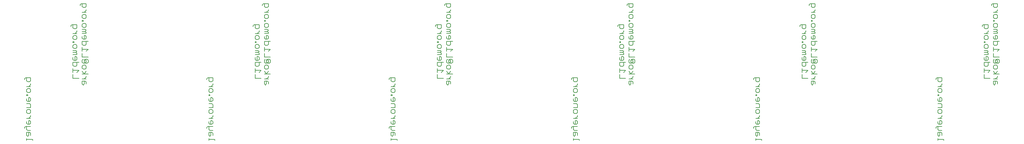
<source format=gbo>
G75*
G70*
%OFA0B0*%
%FSLAX25Y25*%
%IPPOS*%
%LPD*%
%AMOC8*
5,1,8,0,0,1.08239X$1,22.5*
%
%ADD73C,0.00600*%
X0010000Y0010000D02*
G75*
%LPD*%
D73*
X0020300Y0043300D02*
X0020300Y0045440D01*
X0020300Y0044370D02*
X0026710Y0044370D01*
X0026710Y0043300D01*
X0021370Y0047600D02*
X0022440Y0048660D01*
X0022440Y0051870D01*
X0023510Y0051870D02*
X0020300Y0051870D01*
X0020300Y0048660D01*
X0021370Y0047600D01*
X0024570Y0048660D02*
X0024570Y0050800D01*
X0023510Y0051870D01*
X0024570Y0054040D02*
X0021370Y0054040D01*
X0020300Y0055110D01*
X0020300Y0058310D01*
X0019240Y0058310D02*
X0018170Y0057250D01*
X0018170Y0056180D01*
X0019240Y0058310D02*
X0024570Y0058310D01*
X0023510Y0060490D02*
X0021370Y0060490D01*
X0020300Y0061560D01*
X0020300Y0063690D01*
X0022440Y0064760D02*
X0022440Y0060490D01*
X0023510Y0060490D02*
X0024570Y0061560D01*
X0024570Y0063690D01*
X0023510Y0064760D01*
X0022440Y0064760D01*
X0022440Y0066930D02*
X0024570Y0069070D01*
X0024570Y0070140D01*
X0023510Y0072300D02*
X0021370Y0072300D01*
X0020300Y0073370D01*
X0020300Y0075510D01*
X0021370Y0076580D01*
X0023510Y0076580D01*
X0024570Y0075510D01*
X0024570Y0073370D01*
X0023510Y0072300D01*
X0024570Y0066930D02*
X0020300Y0066930D01*
X0020300Y0078750D02*
X0024570Y0078750D01*
X0024570Y0081950D01*
X0023510Y0083020D01*
X0020300Y0083020D01*
X0021370Y0085200D02*
X0020300Y0086260D01*
X0020300Y0088400D01*
X0022440Y0089470D02*
X0022440Y0085200D01*
X0021370Y0085200D02*
X0023510Y0085200D01*
X0024570Y0086260D01*
X0024570Y0088400D01*
X0023510Y0089470D01*
X0022440Y0089470D01*
X0021370Y0091640D02*
X0020300Y0091640D01*
X0020300Y0092710D01*
X0021370Y0092710D01*
X0021370Y0091640D01*
X0021370Y0094860D02*
X0020300Y0095930D01*
X0020300Y0098070D01*
X0021370Y0099130D01*
X0023510Y0099130D01*
X0024570Y0098070D01*
X0024570Y0095930D01*
X0023510Y0094860D01*
X0021370Y0094860D01*
X0020300Y0101310D02*
X0024570Y0101310D01*
X0022440Y0101310D02*
X0024570Y0103440D01*
X0024570Y0104510D01*
X0023510Y0106680D02*
X0021370Y0106680D01*
X0020300Y0107750D01*
X0020300Y0110950D01*
X0019240Y0110950D02*
X0024570Y0110950D01*
X0024570Y0107750D01*
X0023510Y0106680D01*
X0019240Y0110950D02*
X0018170Y0109880D01*
X0018170Y0108820D01*
X0070300Y0110300D02*
X0070300Y0114570D01*
X0070300Y0116750D02*
X0070300Y0121020D01*
X0070300Y0118880D02*
X0076710Y0118880D01*
X0074570Y0116750D01*
X0080300Y0118080D02*
X0082440Y0114880D01*
X0084570Y0118080D01*
X0083510Y0120250D02*
X0081370Y0120250D01*
X0080300Y0121320D01*
X0080300Y0123450D01*
X0081370Y0124520D01*
X0083510Y0124520D01*
X0084570Y0123450D01*
X0084570Y0121320D01*
X0083510Y0120250D01*
X0080300Y0114880D02*
X0086710Y0114880D01*
X0084570Y0112710D02*
X0084570Y0111640D01*
X0082440Y0109510D01*
X0084570Y0109510D02*
X0080300Y0109510D01*
X0080300Y0107330D02*
X0080300Y0104130D01*
X0081370Y0103060D01*
X0082440Y0104130D01*
X0082440Y0107330D01*
X0083510Y0107330D02*
X0080300Y0107330D01*
X0083510Y0107330D02*
X0084570Y0106270D01*
X0084570Y0104130D01*
X0076710Y0110300D02*
X0070300Y0110300D01*
X0071370Y0123190D02*
X0073510Y0123190D01*
X0074570Y0124260D01*
X0074570Y0127460D01*
X0076710Y0127460D02*
X0070300Y0127460D01*
X0070300Y0124260D01*
X0071370Y0123190D01*
X0071370Y0129640D02*
X0073510Y0129640D01*
X0074570Y0130700D01*
X0074570Y0132840D01*
X0073510Y0133910D01*
X0072440Y0133910D01*
X0072440Y0129640D01*
X0071370Y0129640D02*
X0070300Y0130700D01*
X0070300Y0132840D01*
X0070300Y0136080D02*
X0074570Y0136080D01*
X0074570Y0137150D01*
X0073510Y0138220D01*
X0074570Y0139280D01*
X0073510Y0140350D01*
X0070300Y0140350D01*
X0070300Y0138220D02*
X0073510Y0138220D01*
X0073510Y0142530D02*
X0071370Y0142530D01*
X0070300Y0143600D01*
X0070300Y0145730D01*
X0071370Y0146800D01*
X0073510Y0146800D01*
X0074570Y0145730D01*
X0074570Y0143600D01*
X0073510Y0142530D01*
X0071370Y0148970D02*
X0071370Y0150040D01*
X0070300Y0150040D01*
X0070300Y0148970D01*
X0071370Y0148970D01*
X0071370Y0152200D02*
X0070300Y0153260D01*
X0070300Y0155400D01*
X0071370Y0156470D01*
X0073510Y0156470D01*
X0074570Y0155400D01*
X0074570Y0153260D01*
X0073510Y0152200D01*
X0071370Y0152200D01*
X0070300Y0158640D02*
X0074570Y0158640D01*
X0072440Y0158640D02*
X0074570Y0160780D01*
X0074570Y0161840D01*
X0073510Y0164010D02*
X0071370Y0164010D01*
X0070300Y0165080D01*
X0070300Y0168280D01*
X0069240Y0168280D02*
X0074570Y0168280D01*
X0074570Y0165080D01*
X0073510Y0164010D01*
X0068170Y0166150D02*
X0068170Y0167220D01*
X0069240Y0168280D01*
X0080300Y0168570D02*
X0080300Y0166440D01*
X0081370Y0165370D01*
X0083510Y0165370D01*
X0084570Y0166440D01*
X0084570Y0168570D01*
X0083510Y0169640D01*
X0081370Y0169640D01*
X0080300Y0168570D01*
X0080300Y0171810D02*
X0080300Y0172880D01*
X0081370Y0172880D01*
X0081370Y0171810D01*
X0080300Y0171810D01*
X0081370Y0175040D02*
X0080300Y0176110D01*
X0080300Y0178240D01*
X0081370Y0179310D01*
X0083510Y0179310D01*
X0084570Y0178240D01*
X0084570Y0176110D01*
X0083510Y0175040D01*
X0081370Y0175040D01*
X0080300Y0181480D02*
X0084570Y0181480D01*
X0082440Y0181480D02*
X0084570Y0183620D01*
X0084570Y0184690D01*
X0083510Y0186850D02*
X0081370Y0186850D01*
X0080300Y0187920D01*
X0080300Y0191120D01*
X0079240Y0191120D02*
X0078170Y0190060D01*
X0078170Y0188990D01*
X0079240Y0191120D02*
X0084570Y0191120D01*
X0084570Y0187920D01*
X0083510Y0186850D01*
X0083510Y0163190D02*
X0080300Y0163190D01*
X0080300Y0161060D02*
X0083510Y0161060D01*
X0084570Y0162130D01*
X0083510Y0163190D01*
X0083510Y0161060D02*
X0084570Y0159990D01*
X0084570Y0158920D01*
X0080300Y0158920D01*
X0082440Y0156750D02*
X0082440Y0152480D01*
X0083510Y0152480D02*
X0084570Y0153550D01*
X0084570Y0155680D01*
X0083510Y0156750D01*
X0082440Y0156750D01*
X0080300Y0155680D02*
X0080300Y0153550D01*
X0081370Y0152480D01*
X0083510Y0152480D01*
X0084570Y0150300D02*
X0084570Y0147100D01*
X0083510Y0146030D01*
X0081370Y0146030D01*
X0080300Y0147100D01*
X0080300Y0150300D01*
X0086710Y0150300D01*
X0080300Y0143860D02*
X0080300Y0139590D01*
X0080300Y0141720D02*
X0086710Y0141720D01*
X0084570Y0139590D01*
X0080300Y0137410D02*
X0080300Y0133140D01*
X0086710Y0133140D01*
X0085640Y0130970D02*
X0083510Y0130970D01*
X0082440Y0129900D01*
X0084570Y0129900D01*
X0084570Y0127760D01*
X0082440Y0127760D01*
X0082440Y0129900D01*
X0081370Y0130970D02*
X0080300Y0129900D01*
X0080300Y0127760D01*
X0081370Y0126700D01*
X0085640Y0126700D01*
X0086710Y0127760D01*
X0086710Y0129900D01*
X0085640Y0130970D01*
X0206850Y0010000D02*
G75*
%LPD*%
D73*
X0217150Y0043300D02*
X0217150Y0045440D01*
X0217150Y0044370D02*
X0223560Y0044370D01*
X0223560Y0043300D01*
X0218220Y0047600D02*
X0219290Y0048660D01*
X0219290Y0051870D01*
X0220360Y0051870D02*
X0217150Y0051870D01*
X0217150Y0048660D01*
X0218220Y0047600D01*
X0221420Y0048660D02*
X0221420Y0050800D01*
X0220360Y0051870D01*
X0221420Y0054040D02*
X0218220Y0054040D01*
X0217150Y0055110D01*
X0217150Y0058310D01*
X0216090Y0058310D02*
X0215020Y0057250D01*
X0215020Y0056180D01*
X0216090Y0058310D02*
X0221420Y0058310D01*
X0220360Y0060490D02*
X0218220Y0060490D01*
X0217150Y0061560D01*
X0217150Y0063690D01*
X0219290Y0064760D02*
X0219290Y0060490D01*
X0220360Y0060490D02*
X0221420Y0061560D01*
X0221420Y0063690D01*
X0220360Y0064760D01*
X0219290Y0064760D01*
X0219290Y0066930D02*
X0221420Y0069070D01*
X0221420Y0070140D01*
X0220360Y0072300D02*
X0218220Y0072300D01*
X0217150Y0073370D01*
X0217150Y0075510D01*
X0218220Y0076580D01*
X0220360Y0076580D01*
X0221420Y0075510D01*
X0221420Y0073370D01*
X0220360Y0072300D01*
X0221420Y0066930D02*
X0217150Y0066930D01*
X0217150Y0078750D02*
X0221420Y0078750D01*
X0221420Y0081950D01*
X0220360Y0083020D01*
X0217150Y0083020D01*
X0218220Y0085200D02*
X0217150Y0086260D01*
X0217150Y0088400D01*
X0219290Y0089470D02*
X0219290Y0085200D01*
X0218220Y0085200D02*
X0220360Y0085200D01*
X0221420Y0086260D01*
X0221420Y0088400D01*
X0220360Y0089470D01*
X0219290Y0089470D01*
X0218220Y0091640D02*
X0217150Y0091640D01*
X0217150Y0092710D01*
X0218220Y0092710D01*
X0218220Y0091640D01*
X0218220Y0094860D02*
X0217150Y0095930D01*
X0217150Y0098070D01*
X0218220Y0099130D01*
X0220360Y0099130D01*
X0221420Y0098070D01*
X0221420Y0095930D01*
X0220360Y0094860D01*
X0218220Y0094860D01*
X0217150Y0101310D02*
X0221420Y0101310D01*
X0219290Y0101310D02*
X0221420Y0103440D01*
X0221420Y0104510D01*
X0220360Y0106680D02*
X0218220Y0106680D01*
X0217150Y0107750D01*
X0217150Y0110950D01*
X0216090Y0110950D02*
X0221420Y0110950D01*
X0221420Y0107750D01*
X0220360Y0106680D01*
X0216090Y0110950D02*
X0215020Y0109880D01*
X0215020Y0108820D01*
X0267150Y0110300D02*
X0267150Y0114570D01*
X0267150Y0116750D02*
X0267150Y0121020D01*
X0267150Y0118880D02*
X0273560Y0118880D01*
X0271420Y0116750D01*
X0277150Y0118080D02*
X0279290Y0114880D01*
X0281420Y0118080D01*
X0280360Y0120250D02*
X0278220Y0120250D01*
X0277150Y0121320D01*
X0277150Y0123450D01*
X0278220Y0124520D01*
X0280360Y0124520D01*
X0281420Y0123450D01*
X0281420Y0121320D01*
X0280360Y0120250D01*
X0277150Y0114880D02*
X0283560Y0114880D01*
X0281420Y0112710D02*
X0281420Y0111640D01*
X0279290Y0109510D01*
X0281420Y0109510D02*
X0277150Y0109510D01*
X0277150Y0107330D02*
X0277150Y0104130D01*
X0278220Y0103060D01*
X0279290Y0104130D01*
X0279290Y0107330D01*
X0280360Y0107330D02*
X0277150Y0107330D01*
X0280360Y0107330D02*
X0281420Y0106270D01*
X0281420Y0104130D01*
X0273560Y0110300D02*
X0267150Y0110300D01*
X0268220Y0123190D02*
X0270360Y0123190D01*
X0271420Y0124260D01*
X0271420Y0127460D01*
X0273560Y0127460D02*
X0267150Y0127460D01*
X0267150Y0124260D01*
X0268220Y0123190D01*
X0268220Y0129640D02*
X0270360Y0129640D01*
X0271420Y0130700D01*
X0271420Y0132840D01*
X0270360Y0133910D01*
X0269290Y0133910D01*
X0269290Y0129640D01*
X0268220Y0129640D02*
X0267150Y0130700D01*
X0267150Y0132840D01*
X0267150Y0136080D02*
X0271420Y0136080D01*
X0271420Y0137150D01*
X0270360Y0138220D01*
X0271420Y0139280D01*
X0270360Y0140350D01*
X0267150Y0140350D01*
X0267150Y0138220D02*
X0270360Y0138220D01*
X0270360Y0142530D02*
X0268220Y0142530D01*
X0267150Y0143600D01*
X0267150Y0145730D01*
X0268220Y0146800D01*
X0270360Y0146800D01*
X0271420Y0145730D01*
X0271420Y0143600D01*
X0270360Y0142530D01*
X0268220Y0148970D02*
X0268220Y0150040D01*
X0267150Y0150040D01*
X0267150Y0148970D01*
X0268220Y0148970D01*
X0268220Y0152200D02*
X0267150Y0153260D01*
X0267150Y0155400D01*
X0268220Y0156470D01*
X0270360Y0156470D01*
X0271420Y0155400D01*
X0271420Y0153260D01*
X0270360Y0152200D01*
X0268220Y0152200D01*
X0267150Y0158640D02*
X0271420Y0158640D01*
X0269290Y0158640D02*
X0271420Y0160780D01*
X0271420Y0161840D01*
X0270360Y0164010D02*
X0268220Y0164010D01*
X0267150Y0165080D01*
X0267150Y0168280D01*
X0266090Y0168280D02*
X0271420Y0168280D01*
X0271420Y0165080D01*
X0270360Y0164010D01*
X0265020Y0166150D02*
X0265020Y0167220D01*
X0266090Y0168280D01*
X0277150Y0168570D02*
X0277150Y0166440D01*
X0278220Y0165370D01*
X0280360Y0165370D01*
X0281420Y0166440D01*
X0281420Y0168570D01*
X0280360Y0169640D01*
X0278220Y0169640D01*
X0277150Y0168570D01*
X0277150Y0171810D02*
X0277150Y0172880D01*
X0278220Y0172880D01*
X0278220Y0171810D01*
X0277150Y0171810D01*
X0278220Y0175040D02*
X0277150Y0176110D01*
X0277150Y0178240D01*
X0278220Y0179310D01*
X0280360Y0179310D01*
X0281420Y0178240D01*
X0281420Y0176110D01*
X0280360Y0175040D01*
X0278220Y0175040D01*
X0277150Y0181480D02*
X0281420Y0181480D01*
X0279290Y0181480D02*
X0281420Y0183620D01*
X0281420Y0184690D01*
X0280360Y0186850D02*
X0278220Y0186850D01*
X0277150Y0187920D01*
X0277150Y0191120D01*
X0276090Y0191120D02*
X0275020Y0190060D01*
X0275020Y0188990D01*
X0276090Y0191120D02*
X0281420Y0191120D01*
X0281420Y0187920D01*
X0280360Y0186850D01*
X0280360Y0163190D02*
X0277150Y0163190D01*
X0277150Y0161060D02*
X0280360Y0161060D01*
X0281420Y0162130D01*
X0280360Y0163190D01*
X0280360Y0161060D02*
X0281420Y0159990D01*
X0281420Y0158920D01*
X0277150Y0158920D01*
X0279290Y0156750D02*
X0279290Y0152480D01*
X0280360Y0152480D02*
X0281420Y0153550D01*
X0281420Y0155680D01*
X0280360Y0156750D01*
X0279290Y0156750D01*
X0277150Y0155680D02*
X0277150Y0153550D01*
X0278220Y0152480D01*
X0280360Y0152480D01*
X0281420Y0150300D02*
X0281420Y0147100D01*
X0280360Y0146030D01*
X0278220Y0146030D01*
X0277150Y0147100D01*
X0277150Y0150300D01*
X0283560Y0150300D01*
X0277150Y0143860D02*
X0277150Y0139590D01*
X0277150Y0141720D02*
X0283560Y0141720D01*
X0281420Y0139590D01*
X0277150Y0137410D02*
X0277150Y0133140D01*
X0283560Y0133140D01*
X0282490Y0130970D02*
X0280360Y0130970D01*
X0279290Y0129900D01*
X0281420Y0129900D01*
X0281420Y0127760D01*
X0279290Y0127760D01*
X0279290Y0129900D01*
X0278220Y0130970D02*
X0277150Y0129900D01*
X0277150Y0127760D01*
X0278220Y0126700D01*
X0282490Y0126700D01*
X0283560Y0127760D01*
X0283560Y0129900D01*
X0282490Y0130970D01*
X0403700Y0010000D02*
G75*
%LPD*%
D73*
X0414000Y0043300D02*
X0414000Y0045440D01*
X0414000Y0044370D02*
X0420410Y0044370D01*
X0420410Y0043300D01*
X0415070Y0047600D02*
X0416140Y0048660D01*
X0416140Y0051870D01*
X0417210Y0051870D02*
X0414000Y0051870D01*
X0414000Y0048660D01*
X0415070Y0047600D01*
X0418270Y0048660D02*
X0418270Y0050800D01*
X0417210Y0051870D01*
X0418270Y0054040D02*
X0415070Y0054040D01*
X0414000Y0055110D01*
X0414000Y0058310D01*
X0412940Y0058310D02*
X0411870Y0057250D01*
X0411870Y0056180D01*
X0412940Y0058310D02*
X0418270Y0058310D01*
X0417210Y0060490D02*
X0415070Y0060490D01*
X0414000Y0061560D01*
X0414000Y0063690D01*
X0416140Y0064760D02*
X0416140Y0060490D01*
X0417210Y0060490D02*
X0418270Y0061560D01*
X0418270Y0063690D01*
X0417210Y0064760D01*
X0416140Y0064760D01*
X0416140Y0066930D02*
X0418270Y0069070D01*
X0418270Y0070140D01*
X0417210Y0072300D02*
X0415070Y0072300D01*
X0414000Y0073370D01*
X0414000Y0075510D01*
X0415070Y0076580D01*
X0417210Y0076580D01*
X0418270Y0075510D01*
X0418270Y0073370D01*
X0417210Y0072300D01*
X0418270Y0066930D02*
X0414000Y0066930D01*
X0414000Y0078750D02*
X0418270Y0078750D01*
X0418270Y0081950D01*
X0417210Y0083020D01*
X0414000Y0083020D01*
X0415070Y0085200D02*
X0414000Y0086260D01*
X0414000Y0088400D01*
X0416140Y0089470D02*
X0416140Y0085200D01*
X0415070Y0085200D02*
X0417210Y0085200D01*
X0418270Y0086260D01*
X0418270Y0088400D01*
X0417210Y0089470D01*
X0416140Y0089470D01*
X0415070Y0091640D02*
X0414000Y0091640D01*
X0414000Y0092710D01*
X0415070Y0092710D01*
X0415070Y0091640D01*
X0415070Y0094860D02*
X0414000Y0095930D01*
X0414000Y0098070D01*
X0415070Y0099130D01*
X0417210Y0099130D01*
X0418270Y0098070D01*
X0418270Y0095930D01*
X0417210Y0094860D01*
X0415070Y0094860D01*
X0414000Y0101310D02*
X0418270Y0101310D01*
X0416140Y0101310D02*
X0418270Y0103440D01*
X0418270Y0104510D01*
X0417210Y0106680D02*
X0415070Y0106680D01*
X0414000Y0107750D01*
X0414000Y0110950D01*
X0412940Y0110950D02*
X0418270Y0110950D01*
X0418270Y0107750D01*
X0417210Y0106680D01*
X0412940Y0110950D02*
X0411870Y0109880D01*
X0411870Y0108820D01*
X0464000Y0110300D02*
X0464000Y0114570D01*
X0464000Y0116750D02*
X0464000Y0121020D01*
X0464000Y0118880D02*
X0470410Y0118880D01*
X0468270Y0116750D01*
X0474000Y0118080D02*
X0476140Y0114880D01*
X0478270Y0118080D01*
X0477210Y0120250D02*
X0475070Y0120250D01*
X0474000Y0121320D01*
X0474000Y0123450D01*
X0475070Y0124520D01*
X0477210Y0124520D01*
X0478270Y0123450D01*
X0478270Y0121320D01*
X0477210Y0120250D01*
X0474000Y0114880D02*
X0480410Y0114880D01*
X0478270Y0112710D02*
X0478270Y0111640D01*
X0476140Y0109510D01*
X0478270Y0109510D02*
X0474000Y0109510D01*
X0474000Y0107330D02*
X0474000Y0104130D01*
X0475070Y0103060D01*
X0476140Y0104130D01*
X0476140Y0107330D01*
X0477210Y0107330D02*
X0474000Y0107330D01*
X0477210Y0107330D02*
X0478270Y0106270D01*
X0478270Y0104130D01*
X0470410Y0110300D02*
X0464000Y0110300D01*
X0465070Y0123190D02*
X0467210Y0123190D01*
X0468270Y0124260D01*
X0468270Y0127460D01*
X0470410Y0127460D02*
X0464000Y0127460D01*
X0464000Y0124260D01*
X0465070Y0123190D01*
X0465070Y0129640D02*
X0467210Y0129640D01*
X0468270Y0130700D01*
X0468270Y0132840D01*
X0467210Y0133910D01*
X0466140Y0133910D01*
X0466140Y0129640D01*
X0465070Y0129640D02*
X0464000Y0130700D01*
X0464000Y0132840D01*
X0464000Y0136080D02*
X0468270Y0136080D01*
X0468270Y0137150D01*
X0467210Y0138220D01*
X0468270Y0139280D01*
X0467210Y0140350D01*
X0464000Y0140350D01*
X0464000Y0138220D02*
X0467210Y0138220D01*
X0467210Y0142530D02*
X0465070Y0142530D01*
X0464000Y0143600D01*
X0464000Y0145730D01*
X0465070Y0146800D01*
X0467210Y0146800D01*
X0468270Y0145730D01*
X0468270Y0143600D01*
X0467210Y0142530D01*
X0465070Y0148970D02*
X0465070Y0150040D01*
X0464000Y0150040D01*
X0464000Y0148970D01*
X0465070Y0148970D01*
X0465070Y0152200D02*
X0464000Y0153260D01*
X0464000Y0155400D01*
X0465070Y0156470D01*
X0467210Y0156470D01*
X0468270Y0155400D01*
X0468270Y0153260D01*
X0467210Y0152200D01*
X0465070Y0152200D01*
X0464000Y0158640D02*
X0468270Y0158640D01*
X0466140Y0158640D02*
X0468270Y0160780D01*
X0468270Y0161840D01*
X0467210Y0164010D02*
X0465070Y0164010D01*
X0464000Y0165080D01*
X0464000Y0168280D01*
X0462940Y0168280D02*
X0468270Y0168280D01*
X0468270Y0165080D01*
X0467210Y0164010D01*
X0461870Y0166150D02*
X0461870Y0167220D01*
X0462940Y0168280D01*
X0474000Y0168570D02*
X0474000Y0166440D01*
X0475070Y0165370D01*
X0477210Y0165370D01*
X0478270Y0166440D01*
X0478270Y0168570D01*
X0477210Y0169640D01*
X0475070Y0169640D01*
X0474000Y0168570D01*
X0474000Y0171810D02*
X0474000Y0172880D01*
X0475070Y0172880D01*
X0475070Y0171810D01*
X0474000Y0171810D01*
X0475070Y0175040D02*
X0474000Y0176110D01*
X0474000Y0178240D01*
X0475070Y0179310D01*
X0477210Y0179310D01*
X0478270Y0178240D01*
X0478270Y0176110D01*
X0477210Y0175040D01*
X0475070Y0175040D01*
X0474000Y0181480D02*
X0478270Y0181480D01*
X0476140Y0181480D02*
X0478270Y0183620D01*
X0478270Y0184690D01*
X0477210Y0186850D02*
X0475070Y0186850D01*
X0474000Y0187920D01*
X0474000Y0191120D01*
X0472940Y0191120D02*
X0471870Y0190060D01*
X0471870Y0188990D01*
X0472940Y0191120D02*
X0478270Y0191120D01*
X0478270Y0187920D01*
X0477210Y0186850D01*
X0477210Y0163190D02*
X0474000Y0163190D01*
X0474000Y0161060D02*
X0477210Y0161060D01*
X0478270Y0162130D01*
X0477210Y0163190D01*
X0477210Y0161060D02*
X0478270Y0159990D01*
X0478270Y0158920D01*
X0474000Y0158920D01*
X0476140Y0156750D02*
X0476140Y0152480D01*
X0477210Y0152480D02*
X0478270Y0153550D01*
X0478270Y0155680D01*
X0477210Y0156750D01*
X0476140Y0156750D01*
X0474000Y0155680D02*
X0474000Y0153550D01*
X0475070Y0152480D01*
X0477210Y0152480D01*
X0478270Y0150300D02*
X0478270Y0147100D01*
X0477210Y0146030D01*
X0475070Y0146030D01*
X0474000Y0147100D01*
X0474000Y0150300D01*
X0480410Y0150300D01*
X0474000Y0143860D02*
X0474000Y0139590D01*
X0474000Y0141720D02*
X0480410Y0141720D01*
X0478270Y0139590D01*
X0474000Y0137410D02*
X0474000Y0133140D01*
X0480410Y0133140D01*
X0479340Y0130970D02*
X0477210Y0130970D01*
X0476140Y0129900D01*
X0478270Y0129900D01*
X0478270Y0127760D01*
X0476140Y0127760D01*
X0476140Y0129900D01*
X0475070Y0130970D02*
X0474000Y0129900D01*
X0474000Y0127760D01*
X0475070Y0126700D01*
X0479340Y0126700D01*
X0480410Y0127760D01*
X0480410Y0129900D01*
X0479340Y0130970D01*
X0600550Y0010000D02*
G75*
%LPD*%
D73*
X0610850Y0043300D02*
X0610850Y0045440D01*
X0610850Y0044370D02*
X0617260Y0044370D01*
X0617260Y0043300D01*
X0611920Y0047600D02*
X0612990Y0048660D01*
X0612990Y0051870D01*
X0614060Y0051870D02*
X0610850Y0051870D01*
X0610850Y0048660D01*
X0611920Y0047600D01*
X0615120Y0048660D02*
X0615120Y0050800D01*
X0614060Y0051870D01*
X0615120Y0054040D02*
X0611920Y0054040D01*
X0610850Y0055110D01*
X0610850Y0058310D01*
X0609790Y0058310D02*
X0608720Y0057250D01*
X0608720Y0056180D01*
X0609790Y0058310D02*
X0615120Y0058310D01*
X0614060Y0060490D02*
X0611920Y0060490D01*
X0610850Y0061560D01*
X0610850Y0063690D01*
X0612990Y0064760D02*
X0612990Y0060490D01*
X0614060Y0060490D02*
X0615120Y0061560D01*
X0615120Y0063690D01*
X0614060Y0064760D01*
X0612990Y0064760D01*
X0612990Y0066930D02*
X0615120Y0069070D01*
X0615120Y0070140D01*
X0614060Y0072300D02*
X0611920Y0072300D01*
X0610850Y0073370D01*
X0610850Y0075510D01*
X0611920Y0076580D01*
X0614060Y0076580D01*
X0615120Y0075510D01*
X0615120Y0073370D01*
X0614060Y0072300D01*
X0615120Y0066930D02*
X0610850Y0066930D01*
X0610850Y0078750D02*
X0615120Y0078750D01*
X0615120Y0081950D01*
X0614060Y0083020D01*
X0610850Y0083020D01*
X0611920Y0085200D02*
X0610850Y0086260D01*
X0610850Y0088400D01*
X0612990Y0089470D02*
X0612990Y0085200D01*
X0611920Y0085200D02*
X0614060Y0085200D01*
X0615120Y0086260D01*
X0615120Y0088400D01*
X0614060Y0089470D01*
X0612990Y0089470D01*
X0611920Y0091640D02*
X0610850Y0091640D01*
X0610850Y0092710D01*
X0611920Y0092710D01*
X0611920Y0091640D01*
X0611920Y0094860D02*
X0610850Y0095930D01*
X0610850Y0098070D01*
X0611920Y0099130D01*
X0614060Y0099130D01*
X0615120Y0098070D01*
X0615120Y0095930D01*
X0614060Y0094860D01*
X0611920Y0094860D01*
X0610850Y0101310D02*
X0615120Y0101310D01*
X0612990Y0101310D02*
X0615120Y0103440D01*
X0615120Y0104510D01*
X0614060Y0106680D02*
X0611920Y0106680D01*
X0610850Y0107750D01*
X0610850Y0110950D01*
X0609790Y0110950D02*
X0615120Y0110950D01*
X0615120Y0107750D01*
X0614060Y0106680D01*
X0609790Y0110950D02*
X0608720Y0109880D01*
X0608720Y0108820D01*
X0660850Y0110300D02*
X0660850Y0114570D01*
X0660850Y0116750D02*
X0660850Y0121020D01*
X0660850Y0118880D02*
X0667260Y0118880D01*
X0665120Y0116750D01*
X0670850Y0118080D02*
X0672990Y0114880D01*
X0675120Y0118080D01*
X0674060Y0120250D02*
X0671920Y0120250D01*
X0670850Y0121320D01*
X0670850Y0123450D01*
X0671920Y0124520D01*
X0674060Y0124520D01*
X0675120Y0123450D01*
X0675120Y0121320D01*
X0674060Y0120250D01*
X0670850Y0114880D02*
X0677260Y0114880D01*
X0675120Y0112710D02*
X0675120Y0111640D01*
X0672990Y0109510D01*
X0675120Y0109510D02*
X0670850Y0109510D01*
X0670850Y0107330D02*
X0670850Y0104130D01*
X0671920Y0103060D01*
X0672990Y0104130D01*
X0672990Y0107330D01*
X0674060Y0107330D02*
X0670850Y0107330D01*
X0674060Y0107330D02*
X0675120Y0106270D01*
X0675120Y0104130D01*
X0667260Y0110300D02*
X0660850Y0110300D01*
X0661920Y0123190D02*
X0664060Y0123190D01*
X0665120Y0124260D01*
X0665120Y0127460D01*
X0667260Y0127460D02*
X0660850Y0127460D01*
X0660850Y0124260D01*
X0661920Y0123190D01*
X0661920Y0129640D02*
X0664060Y0129640D01*
X0665120Y0130700D01*
X0665120Y0132840D01*
X0664060Y0133910D01*
X0662990Y0133910D01*
X0662990Y0129640D01*
X0661920Y0129640D02*
X0660850Y0130700D01*
X0660850Y0132840D01*
X0660850Y0136080D02*
X0665120Y0136080D01*
X0665120Y0137150D01*
X0664060Y0138220D01*
X0665120Y0139280D01*
X0664060Y0140350D01*
X0660850Y0140350D01*
X0660850Y0138220D02*
X0664060Y0138220D01*
X0664060Y0142530D02*
X0661920Y0142530D01*
X0660850Y0143600D01*
X0660850Y0145730D01*
X0661920Y0146800D01*
X0664060Y0146800D01*
X0665120Y0145730D01*
X0665120Y0143600D01*
X0664060Y0142530D01*
X0661920Y0148970D02*
X0661920Y0150040D01*
X0660850Y0150040D01*
X0660850Y0148970D01*
X0661920Y0148970D01*
X0661920Y0152200D02*
X0660850Y0153260D01*
X0660850Y0155400D01*
X0661920Y0156470D01*
X0664060Y0156470D01*
X0665120Y0155400D01*
X0665120Y0153260D01*
X0664060Y0152200D01*
X0661920Y0152200D01*
X0660850Y0158640D02*
X0665120Y0158640D01*
X0662990Y0158640D02*
X0665120Y0160780D01*
X0665120Y0161840D01*
X0664060Y0164010D02*
X0661920Y0164010D01*
X0660850Y0165080D01*
X0660850Y0168280D01*
X0659790Y0168280D02*
X0665120Y0168280D01*
X0665120Y0165080D01*
X0664060Y0164010D01*
X0658720Y0166150D02*
X0658720Y0167220D01*
X0659790Y0168280D01*
X0670850Y0168570D02*
X0670850Y0166440D01*
X0671920Y0165370D01*
X0674060Y0165370D01*
X0675120Y0166440D01*
X0675120Y0168570D01*
X0674060Y0169640D01*
X0671920Y0169640D01*
X0670850Y0168570D01*
X0670850Y0171810D02*
X0670850Y0172880D01*
X0671920Y0172880D01*
X0671920Y0171810D01*
X0670850Y0171810D01*
X0671920Y0175040D02*
X0670850Y0176110D01*
X0670850Y0178240D01*
X0671920Y0179310D01*
X0674060Y0179310D01*
X0675120Y0178240D01*
X0675120Y0176110D01*
X0674060Y0175040D01*
X0671920Y0175040D01*
X0670850Y0181480D02*
X0675120Y0181480D01*
X0672990Y0181480D02*
X0675120Y0183620D01*
X0675120Y0184690D01*
X0674060Y0186850D02*
X0671920Y0186850D01*
X0670850Y0187920D01*
X0670850Y0191120D01*
X0669790Y0191120D02*
X0668720Y0190060D01*
X0668720Y0188990D01*
X0669790Y0191120D02*
X0675120Y0191120D01*
X0675120Y0187920D01*
X0674060Y0186850D01*
X0674060Y0163190D02*
X0670850Y0163190D01*
X0670850Y0161060D02*
X0674060Y0161060D01*
X0675120Y0162130D01*
X0674060Y0163190D01*
X0674060Y0161060D02*
X0675120Y0159990D01*
X0675120Y0158920D01*
X0670850Y0158920D01*
X0672990Y0156750D02*
X0672990Y0152480D01*
X0674060Y0152480D02*
X0675120Y0153550D01*
X0675120Y0155680D01*
X0674060Y0156750D01*
X0672990Y0156750D01*
X0670850Y0155680D02*
X0670850Y0153550D01*
X0671920Y0152480D01*
X0674060Y0152480D01*
X0675120Y0150300D02*
X0675120Y0147100D01*
X0674060Y0146030D01*
X0671920Y0146030D01*
X0670850Y0147100D01*
X0670850Y0150300D01*
X0677260Y0150300D01*
X0670850Y0143860D02*
X0670850Y0139590D01*
X0670850Y0141720D02*
X0677260Y0141720D01*
X0675120Y0139590D01*
X0670850Y0137410D02*
X0670850Y0133140D01*
X0677260Y0133140D01*
X0676190Y0130970D02*
X0674060Y0130970D01*
X0672990Y0129900D01*
X0675120Y0129900D01*
X0675120Y0127760D01*
X0672990Y0127760D01*
X0672990Y0129900D01*
X0671920Y0130970D02*
X0670850Y0129900D01*
X0670850Y0127760D01*
X0671920Y0126700D01*
X0676190Y0126700D01*
X0677260Y0127760D01*
X0677260Y0129900D01*
X0676190Y0130970D01*
X0797400Y0010000D02*
G75*
%LPD*%
D73*
X0807700Y0043300D02*
X0807700Y0045440D01*
X0807700Y0044370D02*
X0814110Y0044370D01*
X0814110Y0043300D01*
X0808770Y0047600D02*
X0809840Y0048660D01*
X0809840Y0051870D01*
X0810910Y0051870D02*
X0807700Y0051870D01*
X0807700Y0048660D01*
X0808770Y0047600D01*
X0811970Y0048660D02*
X0811970Y0050800D01*
X0810910Y0051870D01*
X0811970Y0054040D02*
X0808770Y0054040D01*
X0807700Y0055110D01*
X0807700Y0058310D01*
X0806640Y0058310D02*
X0805570Y0057250D01*
X0805570Y0056180D01*
X0806640Y0058310D02*
X0811970Y0058310D01*
X0810910Y0060490D02*
X0808770Y0060490D01*
X0807700Y0061560D01*
X0807700Y0063690D01*
X0809840Y0064760D02*
X0809840Y0060490D01*
X0810910Y0060490D02*
X0811970Y0061560D01*
X0811970Y0063690D01*
X0810910Y0064760D01*
X0809840Y0064760D01*
X0809840Y0066930D02*
X0811970Y0069070D01*
X0811970Y0070140D01*
X0810910Y0072300D02*
X0808770Y0072300D01*
X0807700Y0073370D01*
X0807700Y0075510D01*
X0808770Y0076580D01*
X0810910Y0076580D01*
X0811970Y0075510D01*
X0811970Y0073370D01*
X0810910Y0072300D01*
X0811970Y0066930D02*
X0807700Y0066930D01*
X0807700Y0078750D02*
X0811970Y0078750D01*
X0811970Y0081950D01*
X0810910Y0083020D01*
X0807700Y0083020D01*
X0808770Y0085200D02*
X0807700Y0086260D01*
X0807700Y0088400D01*
X0809840Y0089470D02*
X0809840Y0085200D01*
X0808770Y0085200D02*
X0810910Y0085200D01*
X0811970Y0086260D01*
X0811970Y0088400D01*
X0810910Y0089470D01*
X0809840Y0089470D01*
X0808770Y0091640D02*
X0807700Y0091640D01*
X0807700Y0092710D01*
X0808770Y0092710D01*
X0808770Y0091640D01*
X0808770Y0094860D02*
X0807700Y0095930D01*
X0807700Y0098070D01*
X0808770Y0099130D01*
X0810910Y0099130D01*
X0811970Y0098070D01*
X0811970Y0095930D01*
X0810910Y0094860D01*
X0808770Y0094860D01*
X0807700Y0101310D02*
X0811970Y0101310D01*
X0809840Y0101310D02*
X0811970Y0103440D01*
X0811970Y0104510D01*
X0810910Y0106680D02*
X0808770Y0106680D01*
X0807700Y0107750D01*
X0807700Y0110950D01*
X0806640Y0110950D02*
X0811970Y0110950D01*
X0811970Y0107750D01*
X0810910Y0106680D01*
X0806640Y0110950D02*
X0805570Y0109880D01*
X0805570Y0108820D01*
X0857700Y0110300D02*
X0857700Y0114570D01*
X0857700Y0116750D02*
X0857700Y0121020D01*
X0857700Y0118880D02*
X0864110Y0118880D01*
X0861970Y0116750D01*
X0867700Y0118080D02*
X0869840Y0114880D01*
X0871970Y0118080D01*
X0870910Y0120250D02*
X0868770Y0120250D01*
X0867700Y0121320D01*
X0867700Y0123450D01*
X0868770Y0124520D01*
X0870910Y0124520D01*
X0871970Y0123450D01*
X0871970Y0121320D01*
X0870910Y0120250D01*
X0867700Y0114880D02*
X0874110Y0114880D01*
X0871970Y0112710D02*
X0871970Y0111640D01*
X0869840Y0109510D01*
X0871970Y0109510D02*
X0867700Y0109510D01*
X0867700Y0107330D02*
X0867700Y0104130D01*
X0868770Y0103060D01*
X0869840Y0104130D01*
X0869840Y0107330D01*
X0870910Y0107330D02*
X0867700Y0107330D01*
X0870910Y0107330D02*
X0871970Y0106270D01*
X0871970Y0104130D01*
X0864110Y0110300D02*
X0857700Y0110300D01*
X0858770Y0123190D02*
X0860910Y0123190D01*
X0861970Y0124260D01*
X0861970Y0127460D01*
X0864110Y0127460D02*
X0857700Y0127460D01*
X0857700Y0124260D01*
X0858770Y0123190D01*
X0858770Y0129640D02*
X0860910Y0129640D01*
X0861970Y0130700D01*
X0861970Y0132840D01*
X0860910Y0133910D01*
X0859840Y0133910D01*
X0859840Y0129640D01*
X0858770Y0129640D02*
X0857700Y0130700D01*
X0857700Y0132840D01*
X0857700Y0136080D02*
X0861970Y0136080D01*
X0861970Y0137150D01*
X0860910Y0138220D01*
X0861970Y0139280D01*
X0860910Y0140350D01*
X0857700Y0140350D01*
X0857700Y0138220D02*
X0860910Y0138220D01*
X0860910Y0142530D02*
X0858770Y0142530D01*
X0857700Y0143600D01*
X0857700Y0145730D01*
X0858770Y0146800D01*
X0860910Y0146800D01*
X0861970Y0145730D01*
X0861970Y0143600D01*
X0860910Y0142530D01*
X0858770Y0148970D02*
X0858770Y0150040D01*
X0857700Y0150040D01*
X0857700Y0148970D01*
X0858770Y0148970D01*
X0858770Y0152200D02*
X0857700Y0153260D01*
X0857700Y0155400D01*
X0858770Y0156470D01*
X0860910Y0156470D01*
X0861970Y0155400D01*
X0861970Y0153260D01*
X0860910Y0152200D01*
X0858770Y0152200D01*
X0857700Y0158640D02*
X0861970Y0158640D01*
X0859840Y0158640D02*
X0861970Y0160780D01*
X0861970Y0161840D01*
X0860910Y0164010D02*
X0858770Y0164010D01*
X0857700Y0165080D01*
X0857700Y0168280D01*
X0856640Y0168280D02*
X0861970Y0168280D01*
X0861970Y0165080D01*
X0860910Y0164010D01*
X0855570Y0166150D02*
X0855570Y0167220D01*
X0856640Y0168280D01*
X0867700Y0168570D02*
X0867700Y0166440D01*
X0868770Y0165370D01*
X0870910Y0165370D01*
X0871970Y0166440D01*
X0871970Y0168570D01*
X0870910Y0169640D01*
X0868770Y0169640D01*
X0867700Y0168570D01*
X0867700Y0171810D02*
X0867700Y0172880D01*
X0868770Y0172880D01*
X0868770Y0171810D01*
X0867700Y0171810D01*
X0868770Y0175040D02*
X0867700Y0176110D01*
X0867700Y0178240D01*
X0868770Y0179310D01*
X0870910Y0179310D01*
X0871970Y0178240D01*
X0871970Y0176110D01*
X0870910Y0175040D01*
X0868770Y0175040D01*
X0867700Y0181480D02*
X0871970Y0181480D01*
X0869840Y0181480D02*
X0871970Y0183620D01*
X0871970Y0184690D01*
X0870910Y0186850D02*
X0868770Y0186850D01*
X0867700Y0187920D01*
X0867700Y0191120D01*
X0866640Y0191120D02*
X0865570Y0190060D01*
X0865570Y0188990D01*
X0866640Y0191120D02*
X0871970Y0191120D01*
X0871970Y0187920D01*
X0870910Y0186850D01*
X0870910Y0163190D02*
X0867700Y0163190D01*
X0867700Y0161060D02*
X0870910Y0161060D01*
X0871970Y0162130D01*
X0870910Y0163190D01*
X0870910Y0161060D02*
X0871970Y0159990D01*
X0871970Y0158920D01*
X0867700Y0158920D01*
X0869840Y0156750D02*
X0869840Y0152480D01*
X0870910Y0152480D02*
X0871970Y0153550D01*
X0871970Y0155680D01*
X0870910Y0156750D01*
X0869840Y0156750D01*
X0867700Y0155680D02*
X0867700Y0153550D01*
X0868770Y0152480D01*
X0870910Y0152480D01*
X0871970Y0150300D02*
X0871970Y0147100D01*
X0870910Y0146030D01*
X0868770Y0146030D01*
X0867700Y0147100D01*
X0867700Y0150300D01*
X0874110Y0150300D01*
X0867700Y0143860D02*
X0867700Y0139590D01*
X0867700Y0141720D02*
X0874110Y0141720D01*
X0871970Y0139590D01*
X0867700Y0137410D02*
X0867700Y0133140D01*
X0874110Y0133140D01*
X0873040Y0130970D02*
X0870910Y0130970D01*
X0869840Y0129900D01*
X0871970Y0129900D01*
X0871970Y0127760D01*
X0869840Y0127760D01*
X0869840Y0129900D01*
X0868770Y0130970D02*
X0867700Y0129900D01*
X0867700Y0127760D01*
X0868770Y0126700D01*
X0873040Y0126700D01*
X0874110Y0127760D01*
X0874110Y0129900D01*
X0873040Y0130970D01*
X0994250Y0010000D02*
G75*
%LPD*%
D73*
X1004550Y0043300D02*
X1004550Y0045440D01*
X1004550Y0044370D02*
X1010960Y0044370D01*
X1010960Y0043300D01*
X1005620Y0047600D02*
X1006690Y0048660D01*
X1006690Y0051870D01*
X1007760Y0051870D02*
X1004550Y0051870D01*
X1004550Y0048660D01*
X1005620Y0047600D01*
X1008820Y0048660D02*
X1008820Y0050800D01*
X1007760Y0051870D01*
X1008820Y0054040D02*
X1005620Y0054040D01*
X1004550Y0055110D01*
X1004550Y0058310D01*
X1003490Y0058310D02*
X1002420Y0057250D01*
X1002420Y0056180D01*
X1003490Y0058310D02*
X1008820Y0058310D01*
X1007760Y0060490D02*
X1005620Y0060490D01*
X1004550Y0061560D01*
X1004550Y0063690D01*
X1006690Y0064760D02*
X1006690Y0060490D01*
X1007760Y0060490D02*
X1008820Y0061560D01*
X1008820Y0063690D01*
X1007760Y0064760D01*
X1006690Y0064760D01*
X1006690Y0066930D02*
X1008820Y0069070D01*
X1008820Y0070140D01*
X1007760Y0072300D02*
X1005620Y0072300D01*
X1004550Y0073370D01*
X1004550Y0075510D01*
X1005620Y0076580D01*
X1007760Y0076580D01*
X1008820Y0075510D01*
X1008820Y0073370D01*
X1007760Y0072300D01*
X1008820Y0066930D02*
X1004550Y0066930D01*
X1004550Y0078750D02*
X1008820Y0078750D01*
X1008820Y0081950D01*
X1007760Y0083020D01*
X1004550Y0083020D01*
X1005620Y0085200D02*
X1004550Y0086260D01*
X1004550Y0088400D01*
X1006690Y0089470D02*
X1006690Y0085200D01*
X1005620Y0085200D02*
X1007760Y0085200D01*
X1008820Y0086260D01*
X1008820Y0088400D01*
X1007760Y0089470D01*
X1006690Y0089470D01*
X1005620Y0091640D02*
X1004550Y0091640D01*
X1004550Y0092710D01*
X1005620Y0092710D01*
X1005620Y0091640D01*
X1005620Y0094860D02*
X1004550Y0095930D01*
X1004550Y0098070D01*
X1005620Y0099130D01*
X1007760Y0099130D01*
X1008820Y0098070D01*
X1008820Y0095930D01*
X1007760Y0094860D01*
X1005620Y0094860D01*
X1004550Y0101310D02*
X1008820Y0101310D01*
X1006690Y0101310D02*
X1008820Y0103440D01*
X1008820Y0104510D01*
X1007760Y0106680D02*
X1005620Y0106680D01*
X1004550Y0107750D01*
X1004550Y0110950D01*
X1003490Y0110950D02*
X1008820Y0110950D01*
X1008820Y0107750D01*
X1007760Y0106680D01*
X1003490Y0110950D02*
X1002420Y0109880D01*
X1002420Y0108820D01*
X1054550Y0110300D02*
X1054550Y0114570D01*
X1054550Y0116750D02*
X1054550Y0121020D01*
X1054550Y0118880D02*
X1060960Y0118880D01*
X1058820Y0116750D01*
X1064550Y0118080D02*
X1066690Y0114880D01*
X1068820Y0118080D01*
X1067760Y0120250D02*
X1065620Y0120250D01*
X1064550Y0121320D01*
X1064550Y0123450D01*
X1065620Y0124520D01*
X1067760Y0124520D01*
X1068820Y0123450D01*
X1068820Y0121320D01*
X1067760Y0120250D01*
X1064550Y0114880D02*
X1070960Y0114880D01*
X1068820Y0112710D02*
X1068820Y0111640D01*
X1066690Y0109510D01*
X1068820Y0109510D02*
X1064550Y0109510D01*
X1064550Y0107330D02*
X1064550Y0104130D01*
X1065620Y0103060D01*
X1066690Y0104130D01*
X1066690Y0107330D01*
X1067760Y0107330D02*
X1064550Y0107330D01*
X1067760Y0107330D02*
X1068820Y0106270D01*
X1068820Y0104130D01*
X1060960Y0110300D02*
X1054550Y0110300D01*
X1055620Y0123190D02*
X1057760Y0123190D01*
X1058820Y0124260D01*
X1058820Y0127460D01*
X1060960Y0127460D02*
X1054550Y0127460D01*
X1054550Y0124260D01*
X1055620Y0123190D01*
X1055620Y0129640D02*
X1057760Y0129640D01*
X1058820Y0130700D01*
X1058820Y0132840D01*
X1057760Y0133910D01*
X1056690Y0133910D01*
X1056690Y0129640D01*
X1055620Y0129640D02*
X1054550Y0130700D01*
X1054550Y0132840D01*
X1054550Y0136080D02*
X1058820Y0136080D01*
X1058820Y0137150D01*
X1057760Y0138220D01*
X1058820Y0139280D01*
X1057760Y0140350D01*
X1054550Y0140350D01*
X1054550Y0138220D02*
X1057760Y0138220D01*
X1057760Y0142530D02*
X1055620Y0142530D01*
X1054550Y0143600D01*
X1054550Y0145730D01*
X1055620Y0146800D01*
X1057760Y0146800D01*
X1058820Y0145730D01*
X1058820Y0143600D01*
X1057760Y0142530D01*
X1055620Y0148970D02*
X1055620Y0150040D01*
X1054550Y0150040D01*
X1054550Y0148970D01*
X1055620Y0148970D01*
X1055620Y0152200D02*
X1054550Y0153260D01*
X1054550Y0155400D01*
X1055620Y0156470D01*
X1057760Y0156470D01*
X1058820Y0155400D01*
X1058820Y0153260D01*
X1057760Y0152200D01*
X1055620Y0152200D01*
X1054550Y0158640D02*
X1058820Y0158640D01*
X1056690Y0158640D02*
X1058820Y0160780D01*
X1058820Y0161840D01*
X1057760Y0164010D02*
X1055620Y0164010D01*
X1054550Y0165080D01*
X1054550Y0168280D01*
X1053490Y0168280D02*
X1058820Y0168280D01*
X1058820Y0165080D01*
X1057760Y0164010D01*
X1052420Y0166150D02*
X1052420Y0167220D01*
X1053490Y0168280D01*
X1064550Y0168570D02*
X1064550Y0166440D01*
X1065620Y0165370D01*
X1067760Y0165370D01*
X1068820Y0166440D01*
X1068820Y0168570D01*
X1067760Y0169640D01*
X1065620Y0169640D01*
X1064550Y0168570D01*
X1064550Y0171810D02*
X1064550Y0172880D01*
X1065620Y0172880D01*
X1065620Y0171810D01*
X1064550Y0171810D01*
X1065620Y0175040D02*
X1064550Y0176110D01*
X1064550Y0178240D01*
X1065620Y0179310D01*
X1067760Y0179310D01*
X1068820Y0178240D01*
X1068820Y0176110D01*
X1067760Y0175040D01*
X1065620Y0175040D01*
X1064550Y0181480D02*
X1068820Y0181480D01*
X1066690Y0181480D02*
X1068820Y0183620D01*
X1068820Y0184690D01*
X1067760Y0186850D02*
X1065620Y0186850D01*
X1064550Y0187920D01*
X1064550Y0191120D01*
X1063490Y0191120D02*
X1062420Y0190060D01*
X1062420Y0188990D01*
X1063490Y0191120D02*
X1068820Y0191120D01*
X1068820Y0187920D01*
X1067760Y0186850D01*
X1067760Y0163190D02*
X1064550Y0163190D01*
X1064550Y0161060D02*
X1067760Y0161060D01*
X1068820Y0162130D01*
X1067760Y0163190D01*
X1067760Y0161060D02*
X1068820Y0159990D01*
X1068820Y0158920D01*
X1064550Y0158920D01*
X1066690Y0156750D02*
X1066690Y0152480D01*
X1067760Y0152480D02*
X1068820Y0153550D01*
X1068820Y0155680D01*
X1067760Y0156750D01*
X1066690Y0156750D01*
X1064550Y0155680D02*
X1064550Y0153550D01*
X1065620Y0152480D01*
X1067760Y0152480D01*
X1068820Y0150300D02*
X1068820Y0147100D01*
X1067760Y0146030D01*
X1065620Y0146030D01*
X1064550Y0147100D01*
X1064550Y0150300D01*
X1070960Y0150300D01*
X1064550Y0143860D02*
X1064550Y0139590D01*
X1064550Y0141720D02*
X1070960Y0141720D01*
X1068820Y0139590D01*
X1064550Y0137410D02*
X1064550Y0133140D01*
X1070960Y0133140D01*
X1069890Y0130970D02*
X1067760Y0130970D01*
X1066690Y0129900D01*
X1068820Y0129900D01*
X1068820Y0127760D01*
X1066690Y0127760D01*
X1066690Y0129900D01*
X1065620Y0130970D02*
X1064550Y0129900D01*
X1064550Y0127760D01*
X1065620Y0126700D01*
X1069890Y0126700D01*
X1070960Y0127760D01*
X1070960Y0129900D01*
X1069890Y0130970D01*
M02*

</source>
